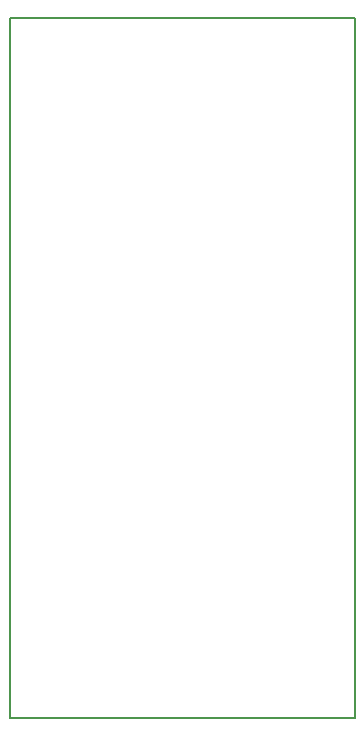
<source format=gbr>
%TF.GenerationSoftware,KiCad,Pcbnew,8.0.0*%
%TF.CreationDate,2024-03-03T14:06:41-06:00*%
%TF.ProjectId,Clock1,436c6f63-6b31-42e6-9b69-6361645f7063,4*%
%TF.SameCoordinates,Original*%
%TF.FileFunction,Legend,Bot*%
%TF.FilePolarity,Positive*%
%FSLAX46Y46*%
G04 Gerber Fmt 4.6, Leading zero omitted, Abs format (unit mm)*
G04 Created by KiCad (PCBNEW 8.0.0) date 2024-03-03 14:06:41*
%MOMM*%
%LPD*%
G01*
G04 APERTURE LIST*
%ADD10C,0.160000*%
G04 APERTURE END LIST*
D10*
X135300000Y-73500000D02*
X164500000Y-73500000D01*
X164500000Y-132700000D01*
X135300000Y-132700000D01*
X135300000Y-73500000D01*
M02*

</source>
